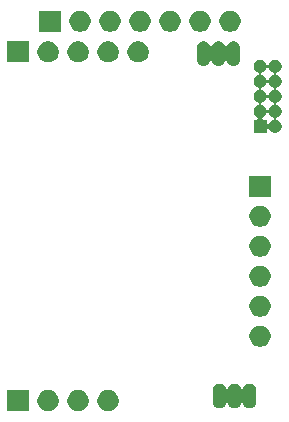
<source format=gbs>
G04 #@! TF.GenerationSoftware,KiCad,Pcbnew,(5.1.5-0-10_14)*
G04 #@! TF.CreationDate,2020-10-11T20:42:09+09:00*
G04 #@! TF.ProjectId,EnvMon,456e764d-6f6e-42e6-9b69-6361645f7063,2.0*
G04 #@! TF.SameCoordinates,Original*
G04 #@! TF.FileFunction,Soldermask,Bot*
G04 #@! TF.FilePolarity,Negative*
%FSLAX46Y46*%
G04 Gerber Fmt 4.6, Leading zero omitted, Abs format (unit mm)*
G04 Created by KiCad (PCBNEW (5.1.5-0-10_14)) date 2020-10-11 20:42:09*
%MOMM*%
%LPD*%
G04 APERTURE LIST*
%ADD10C,0.100000*%
G04 APERTURE END LIST*
D10*
G36*
X-2586488Y-32503927D02*
G01*
X-2437188Y-32533624D01*
X-2273216Y-32601544D01*
X-2125646Y-32700147D01*
X-2000147Y-32825646D01*
X-1901544Y-32973216D01*
X-1833624Y-33137188D01*
X-1799000Y-33311259D01*
X-1799000Y-33488741D01*
X-1833624Y-33662812D01*
X-1901544Y-33826784D01*
X-2000147Y-33974354D01*
X-2125646Y-34099853D01*
X-2273216Y-34198456D01*
X-2437188Y-34266376D01*
X-2586488Y-34296073D01*
X-2611258Y-34301000D01*
X-2788742Y-34301000D01*
X-2813512Y-34296073D01*
X-2962812Y-34266376D01*
X-3126784Y-34198456D01*
X-3274354Y-34099853D01*
X-3399853Y-33974354D01*
X-3498456Y-33826784D01*
X-3566376Y-33662812D01*
X-3601000Y-33488741D01*
X-3601000Y-33311259D01*
X-3566376Y-33137188D01*
X-3498456Y-32973216D01*
X-3399853Y-32825646D01*
X-3274354Y-32700147D01*
X-3126784Y-32601544D01*
X-2962812Y-32533624D01*
X-2813512Y-32503927D01*
X-2788742Y-32499000D01*
X-2611258Y-32499000D01*
X-2586488Y-32503927D01*
G37*
G36*
X-5126488Y-32503927D02*
G01*
X-4977188Y-32533624D01*
X-4813216Y-32601544D01*
X-4665646Y-32700147D01*
X-4540147Y-32825646D01*
X-4441544Y-32973216D01*
X-4373624Y-33137188D01*
X-4339000Y-33311259D01*
X-4339000Y-33488741D01*
X-4373624Y-33662812D01*
X-4441544Y-33826784D01*
X-4540147Y-33974354D01*
X-4665646Y-34099853D01*
X-4813216Y-34198456D01*
X-4977188Y-34266376D01*
X-5126488Y-34296073D01*
X-5151258Y-34301000D01*
X-5328742Y-34301000D01*
X-5353512Y-34296073D01*
X-5502812Y-34266376D01*
X-5666784Y-34198456D01*
X-5814354Y-34099853D01*
X-5939853Y-33974354D01*
X-6038456Y-33826784D01*
X-6106376Y-33662812D01*
X-6141000Y-33488741D01*
X-6141000Y-33311259D01*
X-6106376Y-33137188D01*
X-6038456Y-32973216D01*
X-5939853Y-32825646D01*
X-5814354Y-32700147D01*
X-5666784Y-32601544D01*
X-5502812Y-32533624D01*
X-5353512Y-32503927D01*
X-5328742Y-32499000D01*
X-5151258Y-32499000D01*
X-5126488Y-32503927D01*
G37*
G36*
X-7666488Y-32503927D02*
G01*
X-7517188Y-32533624D01*
X-7353216Y-32601544D01*
X-7205646Y-32700147D01*
X-7080147Y-32825646D01*
X-6981544Y-32973216D01*
X-6913624Y-33137188D01*
X-6879000Y-33311259D01*
X-6879000Y-33488741D01*
X-6913624Y-33662812D01*
X-6981544Y-33826784D01*
X-7080147Y-33974354D01*
X-7205646Y-34099853D01*
X-7353216Y-34198456D01*
X-7517188Y-34266376D01*
X-7666488Y-34296073D01*
X-7691258Y-34301000D01*
X-7868742Y-34301000D01*
X-7893512Y-34296073D01*
X-8042812Y-34266376D01*
X-8206784Y-34198456D01*
X-8354354Y-34099853D01*
X-8479853Y-33974354D01*
X-8578456Y-33826784D01*
X-8646376Y-33662812D01*
X-8681000Y-33488741D01*
X-8681000Y-33311259D01*
X-8646376Y-33137188D01*
X-8578456Y-32973216D01*
X-8479853Y-32825646D01*
X-8354354Y-32700147D01*
X-8206784Y-32601544D01*
X-8042812Y-32533624D01*
X-7893512Y-32503927D01*
X-7868742Y-32499000D01*
X-7691258Y-32499000D01*
X-7666488Y-32503927D01*
G37*
G36*
X-9419000Y-34301000D02*
G01*
X-11221000Y-34301000D01*
X-11221000Y-32499000D01*
X-9419000Y-32499000D01*
X-9419000Y-34301000D01*
G37*
G36*
X9378014Y-31956973D02*
G01*
X9481878Y-31988479D01*
X9525907Y-32012013D01*
X9577599Y-32039643D01*
X9577601Y-32039644D01*
X9577600Y-32039644D01*
X9661501Y-32108499D01*
X9730356Y-32192400D01*
X9781521Y-32288121D01*
X9813027Y-32391985D01*
X9821000Y-32472933D01*
X9821000Y-33527067D01*
X9813027Y-33608015D01*
X9781521Y-33711879D01*
X9781520Y-33711880D01*
X9781519Y-33711882D01*
X9730357Y-33807600D01*
X9661501Y-33891501D01*
X9577600Y-33960357D01*
X9509055Y-33996995D01*
X9481879Y-34011521D01*
X9378015Y-34043027D01*
X9270000Y-34053666D01*
X9161986Y-34043027D01*
X9058122Y-34011521D01*
X9030946Y-33996995D01*
X8962401Y-33960357D01*
X8878500Y-33891501D01*
X8809644Y-33807600D01*
X8758481Y-33711880D01*
X8758480Y-33711879D01*
X8754614Y-33699135D01*
X8745241Y-33676505D01*
X8731628Y-33656130D01*
X8714301Y-33638803D01*
X8693927Y-33625189D01*
X8671288Y-33615811D01*
X8647255Y-33611030D01*
X8622751Y-33611030D01*
X8598718Y-33615810D01*
X8576079Y-33625187D01*
X8555704Y-33638800D01*
X8538377Y-33656127D01*
X8524763Y-33676501D01*
X8515387Y-33699134D01*
X8511521Y-33711879D01*
X8511520Y-33711880D01*
X8460357Y-33807600D01*
X8391501Y-33891501D01*
X8307600Y-33960357D01*
X8239055Y-33996995D01*
X8211879Y-34011521D01*
X8108015Y-34043027D01*
X8000000Y-34053666D01*
X7891986Y-34043027D01*
X7788122Y-34011521D01*
X7760946Y-33996995D01*
X7692401Y-33960357D01*
X7608500Y-33891501D01*
X7539644Y-33807600D01*
X7488481Y-33711880D01*
X7488480Y-33711879D01*
X7484614Y-33699135D01*
X7475241Y-33676505D01*
X7461628Y-33656130D01*
X7444301Y-33638803D01*
X7423927Y-33625189D01*
X7401288Y-33615811D01*
X7377255Y-33611030D01*
X7352751Y-33611030D01*
X7328718Y-33615810D01*
X7306079Y-33625187D01*
X7285704Y-33638800D01*
X7268377Y-33656127D01*
X7254763Y-33676501D01*
X7245387Y-33699134D01*
X7241521Y-33711879D01*
X7241520Y-33711880D01*
X7190357Y-33807600D01*
X7121501Y-33891501D01*
X7037600Y-33960357D01*
X6969055Y-33996995D01*
X6941879Y-34011521D01*
X6838015Y-34043027D01*
X6730000Y-34053666D01*
X6621986Y-34043027D01*
X6518122Y-34011521D01*
X6490946Y-33996995D01*
X6422401Y-33960357D01*
X6338500Y-33891501D01*
X6269644Y-33807600D01*
X6218482Y-33711882D01*
X6218481Y-33711880D01*
X6218480Y-33711879D01*
X6186974Y-33608015D01*
X6179001Y-33527067D01*
X6179000Y-32472934D01*
X6186973Y-32391986D01*
X6218479Y-32288122D01*
X6269644Y-32192400D01*
X6338499Y-32108499D01*
X6422400Y-32039644D01*
X6422399Y-32039644D01*
X6422401Y-32039643D01*
X6474093Y-32012013D01*
X6518121Y-31988479D01*
X6621985Y-31956973D01*
X6730000Y-31946334D01*
X6838014Y-31956973D01*
X6941878Y-31988479D01*
X6985907Y-32012013D01*
X7037599Y-32039643D01*
X7037601Y-32039644D01*
X7037600Y-32039644D01*
X7121501Y-32108499D01*
X7190356Y-32192400D01*
X7241521Y-32288121D01*
X7245388Y-32300869D01*
X7254760Y-32323496D01*
X7268374Y-32343870D01*
X7285701Y-32361197D01*
X7306075Y-32374811D01*
X7328714Y-32384188D01*
X7352747Y-32388969D01*
X7377251Y-32388969D01*
X7401285Y-32384189D01*
X7423924Y-32374812D01*
X7444298Y-32361198D01*
X7461625Y-32343871D01*
X7475239Y-32323497D01*
X7484616Y-32300858D01*
X7488479Y-32288123D01*
X7488479Y-32288122D01*
X7539644Y-32192400D01*
X7608499Y-32108499D01*
X7692400Y-32039644D01*
X7692399Y-32039644D01*
X7692401Y-32039643D01*
X7744093Y-32012013D01*
X7788121Y-31988479D01*
X7891985Y-31956973D01*
X8000000Y-31946334D01*
X8108014Y-31956973D01*
X8211878Y-31988479D01*
X8255907Y-32012013D01*
X8307599Y-32039643D01*
X8307601Y-32039644D01*
X8307600Y-32039644D01*
X8391501Y-32108499D01*
X8460356Y-32192400D01*
X8511521Y-32288121D01*
X8515388Y-32300869D01*
X8524760Y-32323496D01*
X8538374Y-32343870D01*
X8555701Y-32361197D01*
X8576075Y-32374811D01*
X8598714Y-32384188D01*
X8622747Y-32388969D01*
X8647251Y-32388969D01*
X8671285Y-32384189D01*
X8693924Y-32374812D01*
X8714298Y-32361198D01*
X8731625Y-32343871D01*
X8745239Y-32323497D01*
X8754616Y-32300858D01*
X8758479Y-32288123D01*
X8758479Y-32288122D01*
X8809644Y-32192400D01*
X8878499Y-32108499D01*
X8962400Y-32039644D01*
X8962399Y-32039644D01*
X8962401Y-32039643D01*
X9014093Y-32012013D01*
X9058121Y-31988479D01*
X9161985Y-31956973D01*
X9270000Y-31946334D01*
X9378014Y-31956973D01*
G37*
G36*
X10273512Y-27043927D02*
G01*
X10422812Y-27073624D01*
X10586784Y-27141544D01*
X10734354Y-27240147D01*
X10859853Y-27365646D01*
X10958456Y-27513216D01*
X11026376Y-27677188D01*
X11061000Y-27851259D01*
X11061000Y-28028741D01*
X11026376Y-28202812D01*
X10958456Y-28366784D01*
X10859853Y-28514354D01*
X10734354Y-28639853D01*
X10586784Y-28738456D01*
X10422812Y-28806376D01*
X10273512Y-28836073D01*
X10248742Y-28841000D01*
X10071258Y-28841000D01*
X10046488Y-28836073D01*
X9897188Y-28806376D01*
X9733216Y-28738456D01*
X9585646Y-28639853D01*
X9460147Y-28514354D01*
X9361544Y-28366784D01*
X9293624Y-28202812D01*
X9259000Y-28028741D01*
X9259000Y-27851259D01*
X9293624Y-27677188D01*
X9361544Y-27513216D01*
X9460147Y-27365646D01*
X9585646Y-27240147D01*
X9733216Y-27141544D01*
X9897188Y-27073624D01*
X10046488Y-27043927D01*
X10071258Y-27039000D01*
X10248742Y-27039000D01*
X10273512Y-27043927D01*
G37*
G36*
X10273512Y-24503927D02*
G01*
X10422812Y-24533624D01*
X10586784Y-24601544D01*
X10734354Y-24700147D01*
X10859853Y-24825646D01*
X10958456Y-24973216D01*
X11026376Y-25137188D01*
X11061000Y-25311259D01*
X11061000Y-25488741D01*
X11026376Y-25662812D01*
X10958456Y-25826784D01*
X10859853Y-25974354D01*
X10734354Y-26099853D01*
X10586784Y-26198456D01*
X10422812Y-26266376D01*
X10273512Y-26296073D01*
X10248742Y-26301000D01*
X10071258Y-26301000D01*
X10046488Y-26296073D01*
X9897188Y-26266376D01*
X9733216Y-26198456D01*
X9585646Y-26099853D01*
X9460147Y-25974354D01*
X9361544Y-25826784D01*
X9293624Y-25662812D01*
X9259000Y-25488741D01*
X9259000Y-25311259D01*
X9293624Y-25137188D01*
X9361544Y-24973216D01*
X9460147Y-24825646D01*
X9585646Y-24700147D01*
X9733216Y-24601544D01*
X9897188Y-24533624D01*
X10046488Y-24503927D01*
X10071258Y-24499000D01*
X10248742Y-24499000D01*
X10273512Y-24503927D01*
G37*
G36*
X10273512Y-21963927D02*
G01*
X10422812Y-21993624D01*
X10586784Y-22061544D01*
X10734354Y-22160147D01*
X10859853Y-22285646D01*
X10958456Y-22433216D01*
X11026376Y-22597188D01*
X11061000Y-22771259D01*
X11061000Y-22948741D01*
X11026376Y-23122812D01*
X10958456Y-23286784D01*
X10859853Y-23434354D01*
X10734354Y-23559853D01*
X10586784Y-23658456D01*
X10422812Y-23726376D01*
X10273512Y-23756073D01*
X10248742Y-23761000D01*
X10071258Y-23761000D01*
X10046488Y-23756073D01*
X9897188Y-23726376D01*
X9733216Y-23658456D01*
X9585646Y-23559853D01*
X9460147Y-23434354D01*
X9361544Y-23286784D01*
X9293624Y-23122812D01*
X9259000Y-22948741D01*
X9259000Y-22771259D01*
X9293624Y-22597188D01*
X9361544Y-22433216D01*
X9460147Y-22285646D01*
X9585646Y-22160147D01*
X9733216Y-22061544D01*
X9897188Y-21993624D01*
X10046488Y-21963927D01*
X10071258Y-21959000D01*
X10248742Y-21959000D01*
X10273512Y-21963927D01*
G37*
G36*
X10273512Y-19423927D02*
G01*
X10422812Y-19453624D01*
X10586784Y-19521544D01*
X10734354Y-19620147D01*
X10859853Y-19745646D01*
X10958456Y-19893216D01*
X11026376Y-20057188D01*
X11061000Y-20231259D01*
X11061000Y-20408741D01*
X11026376Y-20582812D01*
X10958456Y-20746784D01*
X10859853Y-20894354D01*
X10734354Y-21019853D01*
X10586784Y-21118456D01*
X10422812Y-21186376D01*
X10273512Y-21216073D01*
X10248742Y-21221000D01*
X10071258Y-21221000D01*
X10046488Y-21216073D01*
X9897188Y-21186376D01*
X9733216Y-21118456D01*
X9585646Y-21019853D01*
X9460147Y-20894354D01*
X9361544Y-20746784D01*
X9293624Y-20582812D01*
X9259000Y-20408741D01*
X9259000Y-20231259D01*
X9293624Y-20057188D01*
X9361544Y-19893216D01*
X9460147Y-19745646D01*
X9585646Y-19620147D01*
X9733216Y-19521544D01*
X9897188Y-19453624D01*
X10046488Y-19423927D01*
X10071258Y-19419000D01*
X10248742Y-19419000D01*
X10273512Y-19423927D01*
G37*
G36*
X10273512Y-16883927D02*
G01*
X10422812Y-16913624D01*
X10586784Y-16981544D01*
X10734354Y-17080147D01*
X10859853Y-17205646D01*
X10958456Y-17353216D01*
X11026376Y-17517188D01*
X11061000Y-17691259D01*
X11061000Y-17868741D01*
X11026376Y-18042812D01*
X10958456Y-18206784D01*
X10859853Y-18354354D01*
X10734354Y-18479853D01*
X10586784Y-18578456D01*
X10422812Y-18646376D01*
X10273512Y-18676073D01*
X10248742Y-18681000D01*
X10071258Y-18681000D01*
X10046488Y-18676073D01*
X9897188Y-18646376D01*
X9733216Y-18578456D01*
X9585646Y-18479853D01*
X9460147Y-18354354D01*
X9361544Y-18206784D01*
X9293624Y-18042812D01*
X9259000Y-17868741D01*
X9259000Y-17691259D01*
X9293624Y-17517188D01*
X9361544Y-17353216D01*
X9460147Y-17205646D01*
X9585646Y-17080147D01*
X9733216Y-16981544D01*
X9897188Y-16913624D01*
X10046488Y-16883927D01*
X10071258Y-16879000D01*
X10248742Y-16879000D01*
X10273512Y-16883927D01*
G37*
G36*
X11061000Y-16141000D02*
G01*
X9259000Y-16141000D01*
X9259000Y-14339000D01*
X11061000Y-14339000D01*
X11061000Y-16141000D01*
G37*
G36*
X10320721Y-4550174D02*
G01*
X10420995Y-4591709D01*
X10465812Y-4621655D01*
X10511242Y-4652010D01*
X10587990Y-4728758D01*
X10587991Y-4728760D01*
X10648291Y-4819005D01*
X10679516Y-4894389D01*
X10691067Y-4916000D01*
X10706612Y-4934941D01*
X10725554Y-4950487D01*
X10747165Y-4962038D01*
X10770614Y-4969151D01*
X10795000Y-4971553D01*
X10819386Y-4969151D01*
X10842835Y-4962038D01*
X10864446Y-4950487D01*
X10883387Y-4934942D01*
X10898933Y-4916000D01*
X10910484Y-4894389D01*
X10941709Y-4819005D01*
X11002009Y-4728760D01*
X11002010Y-4728758D01*
X11078758Y-4652010D01*
X11124188Y-4621655D01*
X11169005Y-4591709D01*
X11269279Y-4550174D01*
X11375730Y-4529000D01*
X11484270Y-4529000D01*
X11590721Y-4550174D01*
X11690995Y-4591709D01*
X11735812Y-4621655D01*
X11781242Y-4652010D01*
X11857990Y-4728758D01*
X11857991Y-4728760D01*
X11918291Y-4819005D01*
X11959826Y-4919279D01*
X11981000Y-5025730D01*
X11981000Y-5134270D01*
X11959826Y-5240721D01*
X11918291Y-5340995D01*
X11918290Y-5340996D01*
X11857990Y-5431242D01*
X11781242Y-5507990D01*
X11735812Y-5538345D01*
X11690995Y-5568291D01*
X11615611Y-5599516D01*
X11594000Y-5611067D01*
X11575059Y-5626612D01*
X11559513Y-5645554D01*
X11547962Y-5667165D01*
X11540849Y-5690614D01*
X11538447Y-5715000D01*
X11540849Y-5739386D01*
X11547962Y-5762835D01*
X11559513Y-5784446D01*
X11575058Y-5803387D01*
X11594000Y-5818933D01*
X11615611Y-5830484D01*
X11690995Y-5861709D01*
X11690996Y-5861710D01*
X11781242Y-5922010D01*
X11857990Y-5998758D01*
X11857991Y-5998760D01*
X11918291Y-6089005D01*
X11959826Y-6189279D01*
X11981000Y-6295730D01*
X11981000Y-6404270D01*
X11959826Y-6510721D01*
X11918291Y-6610995D01*
X11918290Y-6610996D01*
X11857990Y-6701242D01*
X11781242Y-6777990D01*
X11735812Y-6808345D01*
X11690995Y-6838291D01*
X11615611Y-6869516D01*
X11594000Y-6881067D01*
X11575059Y-6896612D01*
X11559513Y-6915554D01*
X11547962Y-6937165D01*
X11540849Y-6960614D01*
X11538447Y-6985000D01*
X11540849Y-7009386D01*
X11547962Y-7032835D01*
X11559513Y-7054446D01*
X11575058Y-7073387D01*
X11594000Y-7088933D01*
X11615611Y-7100484D01*
X11690995Y-7131709D01*
X11690996Y-7131710D01*
X11781242Y-7192010D01*
X11857990Y-7268758D01*
X11857991Y-7268760D01*
X11918291Y-7359005D01*
X11959826Y-7459279D01*
X11981000Y-7565730D01*
X11981000Y-7674270D01*
X11959826Y-7780721D01*
X11918291Y-7880995D01*
X11918290Y-7880996D01*
X11857990Y-7971242D01*
X11781242Y-8047990D01*
X11735812Y-8078345D01*
X11690995Y-8108291D01*
X11615611Y-8139516D01*
X11594000Y-8151067D01*
X11575059Y-8166612D01*
X11559513Y-8185554D01*
X11547962Y-8207165D01*
X11540849Y-8230614D01*
X11538447Y-8255000D01*
X11540849Y-8279386D01*
X11547962Y-8302835D01*
X11559513Y-8324446D01*
X11575058Y-8343387D01*
X11594000Y-8358933D01*
X11615611Y-8370484D01*
X11690995Y-8401709D01*
X11690996Y-8401710D01*
X11781242Y-8462010D01*
X11857990Y-8538758D01*
X11857991Y-8538760D01*
X11918291Y-8629005D01*
X11959826Y-8729279D01*
X11981000Y-8835730D01*
X11981000Y-8944270D01*
X11959826Y-9050721D01*
X11918291Y-9150995D01*
X11918290Y-9150996D01*
X11857990Y-9241242D01*
X11781242Y-9317990D01*
X11735812Y-9348345D01*
X11690995Y-9378291D01*
X11615611Y-9409516D01*
X11594000Y-9421067D01*
X11575059Y-9436612D01*
X11559513Y-9455554D01*
X11547962Y-9477165D01*
X11540849Y-9500614D01*
X11538447Y-9525000D01*
X11540849Y-9549386D01*
X11547962Y-9572835D01*
X11559513Y-9594446D01*
X11575058Y-9613387D01*
X11594000Y-9628933D01*
X11615611Y-9640484D01*
X11690995Y-9671709D01*
X11690996Y-9671710D01*
X11781242Y-9732010D01*
X11857990Y-9808758D01*
X11857991Y-9808760D01*
X11918291Y-9899005D01*
X11959826Y-9999279D01*
X11981000Y-10105730D01*
X11981000Y-10214270D01*
X11959826Y-10320721D01*
X11918291Y-10420995D01*
X11918290Y-10420996D01*
X11857990Y-10511242D01*
X11781242Y-10587990D01*
X11735812Y-10618345D01*
X11690995Y-10648291D01*
X11590721Y-10689826D01*
X11484270Y-10711000D01*
X11375730Y-10711000D01*
X11269279Y-10689826D01*
X11169005Y-10648291D01*
X11124188Y-10618345D01*
X11078758Y-10587990D01*
X11002010Y-10511242D01*
X10981012Y-10479816D01*
X10939932Y-10418336D01*
X10924386Y-10399394D01*
X10905444Y-10383849D01*
X10883833Y-10372298D01*
X10860385Y-10365185D01*
X10835998Y-10362783D01*
X10811612Y-10365185D01*
X10788163Y-10372298D01*
X10766553Y-10383849D01*
X10747611Y-10399395D01*
X10732066Y-10418337D01*
X10720515Y-10439948D01*
X10713402Y-10463396D01*
X10711000Y-10487782D01*
X10711000Y-10711000D01*
X9609000Y-10711000D01*
X9609000Y-9609000D01*
X9832218Y-9609000D01*
X9856604Y-9606598D01*
X9880053Y-9599485D01*
X9901664Y-9587934D01*
X9920606Y-9572389D01*
X9936151Y-9553447D01*
X9947702Y-9531836D01*
X9954815Y-9508387D01*
X9957216Y-9484002D01*
X10362783Y-9484002D01*
X10365185Y-9508388D01*
X10372298Y-9531837D01*
X10383849Y-9553447D01*
X10399395Y-9572389D01*
X10418337Y-9587934D01*
X10439948Y-9599485D01*
X10463396Y-9606598D01*
X10487782Y-9609000D01*
X10711000Y-9609000D01*
X10711000Y-9832218D01*
X10713402Y-9856604D01*
X10720515Y-9880053D01*
X10732066Y-9901664D01*
X10747611Y-9920606D01*
X10766553Y-9936151D01*
X10788164Y-9947702D01*
X10811613Y-9954815D01*
X10835999Y-9957217D01*
X10860385Y-9954815D01*
X10883834Y-9947702D01*
X10905445Y-9936151D01*
X10924387Y-9920606D01*
X10939932Y-9901664D01*
X11002009Y-9808760D01*
X11002010Y-9808758D01*
X11078758Y-9732010D01*
X11169004Y-9671710D01*
X11169005Y-9671709D01*
X11244389Y-9640484D01*
X11266000Y-9628933D01*
X11284941Y-9613388D01*
X11300487Y-9594446D01*
X11312038Y-9572835D01*
X11319151Y-9549386D01*
X11321553Y-9525000D01*
X11319151Y-9500614D01*
X11312038Y-9477165D01*
X11300487Y-9455554D01*
X11284942Y-9436613D01*
X11266000Y-9421067D01*
X11244389Y-9409516D01*
X11169005Y-9378291D01*
X11124188Y-9348345D01*
X11078758Y-9317990D01*
X11002010Y-9241242D01*
X10941710Y-9150996D01*
X10941709Y-9150995D01*
X10910484Y-9075611D01*
X10898933Y-9054000D01*
X10883388Y-9035059D01*
X10864446Y-9019513D01*
X10842835Y-9007962D01*
X10819386Y-9000849D01*
X10795000Y-8998447D01*
X10770614Y-9000849D01*
X10747165Y-9007962D01*
X10725554Y-9019513D01*
X10706613Y-9035058D01*
X10691067Y-9054000D01*
X10679516Y-9075611D01*
X10648291Y-9150995D01*
X10648290Y-9150996D01*
X10587990Y-9241242D01*
X10511242Y-9317990D01*
X10479816Y-9338988D01*
X10418336Y-9380068D01*
X10399394Y-9395614D01*
X10383849Y-9414556D01*
X10372298Y-9436167D01*
X10365185Y-9459615D01*
X10362783Y-9484002D01*
X9957216Y-9484002D01*
X9957217Y-9484001D01*
X9954815Y-9459615D01*
X9947702Y-9436166D01*
X9936151Y-9414555D01*
X9920606Y-9395613D01*
X9901664Y-9380068D01*
X9840184Y-9338988D01*
X9808758Y-9317990D01*
X9732010Y-9241242D01*
X9671710Y-9150996D01*
X9671709Y-9150995D01*
X9630174Y-9050721D01*
X9609000Y-8944270D01*
X9609000Y-8835730D01*
X9630174Y-8729279D01*
X9671709Y-8629005D01*
X9732009Y-8538760D01*
X9732010Y-8538758D01*
X9808758Y-8462010D01*
X9899004Y-8401710D01*
X9899005Y-8401709D01*
X9974389Y-8370484D01*
X9996000Y-8358933D01*
X10014941Y-8343388D01*
X10030487Y-8324446D01*
X10042038Y-8302835D01*
X10049151Y-8279386D01*
X10051553Y-8255000D01*
X10268447Y-8255000D01*
X10270849Y-8279386D01*
X10277962Y-8302835D01*
X10289513Y-8324446D01*
X10305058Y-8343387D01*
X10324000Y-8358933D01*
X10345611Y-8370484D01*
X10420995Y-8401709D01*
X10420996Y-8401710D01*
X10511242Y-8462010D01*
X10587990Y-8538758D01*
X10587991Y-8538760D01*
X10648291Y-8629005D01*
X10679516Y-8704389D01*
X10691067Y-8726000D01*
X10706612Y-8744941D01*
X10725554Y-8760487D01*
X10747165Y-8772038D01*
X10770614Y-8779151D01*
X10795000Y-8781553D01*
X10819386Y-8779151D01*
X10842835Y-8772038D01*
X10864446Y-8760487D01*
X10883387Y-8744942D01*
X10898933Y-8726000D01*
X10910484Y-8704389D01*
X10941709Y-8629005D01*
X11002009Y-8538760D01*
X11002010Y-8538758D01*
X11078758Y-8462010D01*
X11169004Y-8401710D01*
X11169005Y-8401709D01*
X11244389Y-8370484D01*
X11266000Y-8358933D01*
X11284941Y-8343388D01*
X11300487Y-8324446D01*
X11312038Y-8302835D01*
X11319151Y-8279386D01*
X11321553Y-8255000D01*
X11319151Y-8230614D01*
X11312038Y-8207165D01*
X11300487Y-8185554D01*
X11284942Y-8166613D01*
X11266000Y-8151067D01*
X11244389Y-8139516D01*
X11169005Y-8108291D01*
X11124188Y-8078345D01*
X11078758Y-8047990D01*
X11002010Y-7971242D01*
X10941710Y-7880996D01*
X10941709Y-7880995D01*
X10910484Y-7805611D01*
X10898933Y-7784000D01*
X10883388Y-7765059D01*
X10864446Y-7749513D01*
X10842835Y-7737962D01*
X10819386Y-7730849D01*
X10795000Y-7728447D01*
X10770614Y-7730849D01*
X10747165Y-7737962D01*
X10725554Y-7749513D01*
X10706613Y-7765058D01*
X10691067Y-7784000D01*
X10679516Y-7805611D01*
X10648291Y-7880995D01*
X10648290Y-7880996D01*
X10587990Y-7971242D01*
X10511242Y-8047990D01*
X10465812Y-8078345D01*
X10420995Y-8108291D01*
X10345611Y-8139516D01*
X10324000Y-8151067D01*
X10305059Y-8166612D01*
X10289513Y-8185554D01*
X10277962Y-8207165D01*
X10270849Y-8230614D01*
X10268447Y-8255000D01*
X10051553Y-8255000D01*
X10049151Y-8230614D01*
X10042038Y-8207165D01*
X10030487Y-8185554D01*
X10014942Y-8166613D01*
X9996000Y-8151067D01*
X9974389Y-8139516D01*
X9899005Y-8108291D01*
X9854188Y-8078345D01*
X9808758Y-8047990D01*
X9732010Y-7971242D01*
X9671710Y-7880996D01*
X9671709Y-7880995D01*
X9630174Y-7780721D01*
X9609000Y-7674270D01*
X9609000Y-7565730D01*
X9630174Y-7459279D01*
X9671709Y-7359005D01*
X9732009Y-7268760D01*
X9732010Y-7268758D01*
X9808758Y-7192010D01*
X9899004Y-7131710D01*
X9899005Y-7131709D01*
X9974389Y-7100484D01*
X9996000Y-7088933D01*
X10014941Y-7073388D01*
X10030487Y-7054446D01*
X10042038Y-7032835D01*
X10049151Y-7009386D01*
X10051553Y-6985000D01*
X10268447Y-6985000D01*
X10270849Y-7009386D01*
X10277962Y-7032835D01*
X10289513Y-7054446D01*
X10305058Y-7073387D01*
X10324000Y-7088933D01*
X10345611Y-7100484D01*
X10420995Y-7131709D01*
X10420996Y-7131710D01*
X10511242Y-7192010D01*
X10587990Y-7268758D01*
X10587991Y-7268760D01*
X10648291Y-7359005D01*
X10679516Y-7434389D01*
X10691067Y-7456000D01*
X10706612Y-7474941D01*
X10725554Y-7490487D01*
X10747165Y-7502038D01*
X10770614Y-7509151D01*
X10795000Y-7511553D01*
X10819386Y-7509151D01*
X10842835Y-7502038D01*
X10864446Y-7490487D01*
X10883387Y-7474942D01*
X10898933Y-7456000D01*
X10910484Y-7434389D01*
X10941709Y-7359005D01*
X11002009Y-7268760D01*
X11002010Y-7268758D01*
X11078758Y-7192010D01*
X11169004Y-7131710D01*
X11169005Y-7131709D01*
X11244389Y-7100484D01*
X11266000Y-7088933D01*
X11284941Y-7073388D01*
X11300487Y-7054446D01*
X11312038Y-7032835D01*
X11319151Y-7009386D01*
X11321553Y-6985000D01*
X11319151Y-6960614D01*
X11312038Y-6937165D01*
X11300487Y-6915554D01*
X11284942Y-6896613D01*
X11266000Y-6881067D01*
X11244389Y-6869516D01*
X11169005Y-6838291D01*
X11124188Y-6808345D01*
X11078758Y-6777990D01*
X11002010Y-6701242D01*
X10941710Y-6610996D01*
X10941709Y-6610995D01*
X10910484Y-6535611D01*
X10898933Y-6514000D01*
X10883388Y-6495059D01*
X10864446Y-6479513D01*
X10842835Y-6467962D01*
X10819386Y-6460849D01*
X10795000Y-6458447D01*
X10770614Y-6460849D01*
X10747165Y-6467962D01*
X10725554Y-6479513D01*
X10706613Y-6495058D01*
X10691067Y-6514000D01*
X10679516Y-6535611D01*
X10648291Y-6610995D01*
X10648290Y-6610996D01*
X10587990Y-6701242D01*
X10511242Y-6777990D01*
X10465812Y-6808345D01*
X10420995Y-6838291D01*
X10345611Y-6869516D01*
X10324000Y-6881067D01*
X10305059Y-6896612D01*
X10289513Y-6915554D01*
X10277962Y-6937165D01*
X10270849Y-6960614D01*
X10268447Y-6985000D01*
X10051553Y-6985000D01*
X10049151Y-6960614D01*
X10042038Y-6937165D01*
X10030487Y-6915554D01*
X10014942Y-6896613D01*
X9996000Y-6881067D01*
X9974389Y-6869516D01*
X9899005Y-6838291D01*
X9854188Y-6808345D01*
X9808758Y-6777990D01*
X9732010Y-6701242D01*
X9671710Y-6610996D01*
X9671709Y-6610995D01*
X9630174Y-6510721D01*
X9609000Y-6404270D01*
X9609000Y-6295730D01*
X9630174Y-6189279D01*
X9671709Y-6089005D01*
X9732009Y-5998760D01*
X9732010Y-5998758D01*
X9808758Y-5922010D01*
X9899004Y-5861710D01*
X9899005Y-5861709D01*
X9974389Y-5830484D01*
X9996000Y-5818933D01*
X10014941Y-5803388D01*
X10030487Y-5784446D01*
X10042038Y-5762835D01*
X10049151Y-5739386D01*
X10051553Y-5715000D01*
X10268447Y-5715000D01*
X10270849Y-5739386D01*
X10277962Y-5762835D01*
X10289513Y-5784446D01*
X10305058Y-5803387D01*
X10324000Y-5818933D01*
X10345611Y-5830484D01*
X10420995Y-5861709D01*
X10420996Y-5861710D01*
X10511242Y-5922010D01*
X10587990Y-5998758D01*
X10587991Y-5998760D01*
X10648291Y-6089005D01*
X10679516Y-6164389D01*
X10691067Y-6186000D01*
X10706612Y-6204941D01*
X10725554Y-6220487D01*
X10747165Y-6232038D01*
X10770614Y-6239151D01*
X10795000Y-6241553D01*
X10819386Y-6239151D01*
X10842835Y-6232038D01*
X10864446Y-6220487D01*
X10883387Y-6204942D01*
X10898933Y-6186000D01*
X10910484Y-6164389D01*
X10941709Y-6089005D01*
X11002009Y-5998760D01*
X11002010Y-5998758D01*
X11078758Y-5922010D01*
X11169004Y-5861710D01*
X11169005Y-5861709D01*
X11244389Y-5830484D01*
X11266000Y-5818933D01*
X11284941Y-5803388D01*
X11300487Y-5784446D01*
X11312038Y-5762835D01*
X11319151Y-5739386D01*
X11321553Y-5715000D01*
X11319151Y-5690614D01*
X11312038Y-5667165D01*
X11300487Y-5645554D01*
X11284942Y-5626613D01*
X11266000Y-5611067D01*
X11244389Y-5599516D01*
X11169005Y-5568291D01*
X11124188Y-5538345D01*
X11078758Y-5507990D01*
X11002010Y-5431242D01*
X10941710Y-5340996D01*
X10941709Y-5340995D01*
X10910484Y-5265611D01*
X10898933Y-5244000D01*
X10883388Y-5225059D01*
X10864446Y-5209513D01*
X10842835Y-5197962D01*
X10819386Y-5190849D01*
X10795000Y-5188447D01*
X10770614Y-5190849D01*
X10747165Y-5197962D01*
X10725554Y-5209513D01*
X10706613Y-5225058D01*
X10691067Y-5244000D01*
X10679516Y-5265611D01*
X10648291Y-5340995D01*
X10648290Y-5340996D01*
X10587990Y-5431242D01*
X10511242Y-5507990D01*
X10465812Y-5538345D01*
X10420995Y-5568291D01*
X10345611Y-5599516D01*
X10324000Y-5611067D01*
X10305059Y-5626612D01*
X10289513Y-5645554D01*
X10277962Y-5667165D01*
X10270849Y-5690614D01*
X10268447Y-5715000D01*
X10051553Y-5715000D01*
X10049151Y-5690614D01*
X10042038Y-5667165D01*
X10030487Y-5645554D01*
X10014942Y-5626613D01*
X9996000Y-5611067D01*
X9974389Y-5599516D01*
X9899005Y-5568291D01*
X9854188Y-5538345D01*
X9808758Y-5507990D01*
X9732010Y-5431242D01*
X9671710Y-5340996D01*
X9671709Y-5340995D01*
X9630174Y-5240721D01*
X9609000Y-5134270D01*
X9609000Y-5025730D01*
X9630174Y-4919279D01*
X9671709Y-4819005D01*
X9732009Y-4728760D01*
X9732010Y-4728758D01*
X9808758Y-4652010D01*
X9854188Y-4621655D01*
X9899005Y-4591709D01*
X9999279Y-4550174D01*
X10105730Y-4529000D01*
X10214270Y-4529000D01*
X10320721Y-4550174D01*
G37*
G36*
X8008015Y-2956973D02*
G01*
X8111879Y-2988479D01*
X8121504Y-2993624D01*
X8207600Y-3039643D01*
X8291501Y-3108499D01*
X8360357Y-3192400D01*
X8396995Y-3260945D01*
X8411521Y-3288121D01*
X8443027Y-3391985D01*
X8451000Y-3472933D01*
X8451000Y-4527067D01*
X8443027Y-4608015D01*
X8411521Y-4711879D01*
X8360356Y-4807600D01*
X8291501Y-4891501D01*
X8238567Y-4934942D01*
X8207599Y-4960357D01*
X8155907Y-4987987D01*
X8111878Y-5011521D01*
X8008014Y-5043027D01*
X7900000Y-5053666D01*
X7791985Y-5043027D01*
X7688121Y-5011521D01*
X7644093Y-4987987D01*
X7592401Y-4960357D01*
X7561433Y-4934942D01*
X7508499Y-4891501D01*
X7439644Y-4807600D01*
X7388479Y-4711878D01*
X7384615Y-4699139D01*
X7375239Y-4676503D01*
X7361625Y-4656129D01*
X7344298Y-4638802D01*
X7323923Y-4625188D01*
X7301285Y-4615811D01*
X7277251Y-4611031D01*
X7252747Y-4611031D01*
X7228714Y-4615812D01*
X7206075Y-4625189D01*
X7185701Y-4638803D01*
X7168374Y-4656130D01*
X7154760Y-4676505D01*
X7145388Y-4699131D01*
X7141521Y-4711879D01*
X7090356Y-4807600D01*
X7021501Y-4891501D01*
X6968567Y-4934942D01*
X6937599Y-4960357D01*
X6885907Y-4987987D01*
X6841878Y-5011521D01*
X6738014Y-5043027D01*
X6630000Y-5053666D01*
X6521985Y-5043027D01*
X6418121Y-5011521D01*
X6374093Y-4987987D01*
X6322401Y-4960357D01*
X6291433Y-4934942D01*
X6238499Y-4891501D01*
X6169644Y-4807600D01*
X6118479Y-4711878D01*
X6114615Y-4699139D01*
X6105239Y-4676503D01*
X6091625Y-4656129D01*
X6074298Y-4638802D01*
X6053923Y-4625188D01*
X6031285Y-4615811D01*
X6007251Y-4611031D01*
X5982747Y-4611031D01*
X5958714Y-4615812D01*
X5936075Y-4625189D01*
X5915701Y-4638803D01*
X5898374Y-4656130D01*
X5884760Y-4676505D01*
X5875388Y-4699131D01*
X5871521Y-4711879D01*
X5820356Y-4807600D01*
X5751501Y-4891501D01*
X5698567Y-4934942D01*
X5667599Y-4960357D01*
X5615907Y-4987987D01*
X5571878Y-5011521D01*
X5468014Y-5043027D01*
X5360000Y-5053666D01*
X5251985Y-5043027D01*
X5148121Y-5011521D01*
X5104093Y-4987987D01*
X5052401Y-4960357D01*
X5021433Y-4934942D01*
X4968499Y-4891501D01*
X4899644Y-4807600D01*
X4874736Y-4761000D01*
X4857502Y-4728758D01*
X4848479Y-4711878D01*
X4816973Y-4608014D01*
X4809000Y-4527066D01*
X4809001Y-3472933D01*
X4816974Y-3391985D01*
X4848480Y-3288121D01*
X4863006Y-3260945D01*
X4899644Y-3192400D01*
X4968500Y-3108499D01*
X5052401Y-3039643D01*
X5138497Y-2993624D01*
X5148122Y-2988479D01*
X5251986Y-2956973D01*
X5360000Y-2946334D01*
X5468015Y-2956973D01*
X5571879Y-2988479D01*
X5581504Y-2993624D01*
X5667600Y-3039643D01*
X5751501Y-3108499D01*
X5820357Y-3192400D01*
X5855269Y-3257717D01*
X5871521Y-3288121D01*
X5875387Y-3300866D01*
X5884763Y-3323499D01*
X5898377Y-3343873D01*
X5915704Y-3361200D01*
X5936079Y-3374813D01*
X5958718Y-3384190D01*
X5982751Y-3388970D01*
X6007256Y-3388970D01*
X6031289Y-3384189D01*
X6053927Y-3374811D01*
X6074301Y-3361197D01*
X6091628Y-3343870D01*
X6105241Y-3323495D01*
X6114614Y-3300865D01*
X6118480Y-3288121D01*
X6134732Y-3257717D01*
X6169644Y-3192400D01*
X6238500Y-3108499D01*
X6322401Y-3039643D01*
X6408497Y-2993624D01*
X6418122Y-2988479D01*
X6521986Y-2956973D01*
X6630000Y-2946334D01*
X6738015Y-2956973D01*
X6841879Y-2988479D01*
X6851504Y-2993624D01*
X6937600Y-3039643D01*
X7021501Y-3108499D01*
X7090357Y-3192400D01*
X7125269Y-3257717D01*
X7141521Y-3288121D01*
X7145387Y-3300866D01*
X7154763Y-3323499D01*
X7168377Y-3343873D01*
X7185704Y-3361200D01*
X7206079Y-3374813D01*
X7228718Y-3384190D01*
X7252751Y-3388970D01*
X7277256Y-3388970D01*
X7301289Y-3384189D01*
X7323927Y-3374811D01*
X7344301Y-3361197D01*
X7361628Y-3343870D01*
X7375241Y-3323495D01*
X7384614Y-3300865D01*
X7388480Y-3288121D01*
X7404732Y-3257717D01*
X7439644Y-3192400D01*
X7508500Y-3108499D01*
X7592401Y-3039643D01*
X7678497Y-2993624D01*
X7688122Y-2988479D01*
X7791986Y-2956973D01*
X7900000Y-2946334D01*
X8008015Y-2956973D01*
G37*
G36*
X-9419000Y-4761000D02*
G01*
X-11221000Y-4761000D01*
X-11221000Y-2959000D01*
X-9419000Y-2959000D01*
X-9419000Y-4761000D01*
G37*
G36*
X-7666488Y-2963927D02*
G01*
X-7517188Y-2993624D01*
X-7353216Y-3061544D01*
X-7205646Y-3160147D01*
X-7080147Y-3285646D01*
X-6981544Y-3433216D01*
X-6913624Y-3597188D01*
X-6879000Y-3771259D01*
X-6879000Y-3948741D01*
X-6913624Y-4122812D01*
X-6981544Y-4286784D01*
X-7080147Y-4434354D01*
X-7205646Y-4559853D01*
X-7353216Y-4658456D01*
X-7517188Y-4726376D01*
X-7666488Y-4756073D01*
X-7691258Y-4761000D01*
X-7868742Y-4761000D01*
X-7893512Y-4756073D01*
X-8042812Y-4726376D01*
X-8206784Y-4658456D01*
X-8354354Y-4559853D01*
X-8479853Y-4434354D01*
X-8578456Y-4286784D01*
X-8646376Y-4122812D01*
X-8681000Y-3948741D01*
X-8681000Y-3771259D01*
X-8646376Y-3597188D01*
X-8578456Y-3433216D01*
X-8479853Y-3285646D01*
X-8354354Y-3160147D01*
X-8206784Y-3061544D01*
X-8042812Y-2993624D01*
X-7893512Y-2963927D01*
X-7868742Y-2959000D01*
X-7691258Y-2959000D01*
X-7666488Y-2963927D01*
G37*
G36*
X-5126488Y-2963927D02*
G01*
X-4977188Y-2993624D01*
X-4813216Y-3061544D01*
X-4665646Y-3160147D01*
X-4540147Y-3285646D01*
X-4441544Y-3433216D01*
X-4373624Y-3597188D01*
X-4339000Y-3771259D01*
X-4339000Y-3948741D01*
X-4373624Y-4122812D01*
X-4441544Y-4286784D01*
X-4540147Y-4434354D01*
X-4665646Y-4559853D01*
X-4813216Y-4658456D01*
X-4977188Y-4726376D01*
X-5126488Y-4756073D01*
X-5151258Y-4761000D01*
X-5328742Y-4761000D01*
X-5353512Y-4756073D01*
X-5502812Y-4726376D01*
X-5666784Y-4658456D01*
X-5814354Y-4559853D01*
X-5939853Y-4434354D01*
X-6038456Y-4286784D01*
X-6106376Y-4122812D01*
X-6141000Y-3948741D01*
X-6141000Y-3771259D01*
X-6106376Y-3597188D01*
X-6038456Y-3433216D01*
X-5939853Y-3285646D01*
X-5814354Y-3160147D01*
X-5666784Y-3061544D01*
X-5502812Y-2993624D01*
X-5353512Y-2963927D01*
X-5328742Y-2959000D01*
X-5151258Y-2959000D01*
X-5126488Y-2963927D01*
G37*
G36*
X-2586488Y-2963927D02*
G01*
X-2437188Y-2993624D01*
X-2273216Y-3061544D01*
X-2125646Y-3160147D01*
X-2000147Y-3285646D01*
X-1901544Y-3433216D01*
X-1833624Y-3597188D01*
X-1799000Y-3771259D01*
X-1799000Y-3948741D01*
X-1833624Y-4122812D01*
X-1901544Y-4286784D01*
X-2000147Y-4434354D01*
X-2125646Y-4559853D01*
X-2273216Y-4658456D01*
X-2437188Y-4726376D01*
X-2586488Y-4756073D01*
X-2611258Y-4761000D01*
X-2788742Y-4761000D01*
X-2813512Y-4756073D01*
X-2962812Y-4726376D01*
X-3126784Y-4658456D01*
X-3274354Y-4559853D01*
X-3399853Y-4434354D01*
X-3498456Y-4286784D01*
X-3566376Y-4122812D01*
X-3601000Y-3948741D01*
X-3601000Y-3771259D01*
X-3566376Y-3597188D01*
X-3498456Y-3433216D01*
X-3399853Y-3285646D01*
X-3274354Y-3160147D01*
X-3126784Y-3061544D01*
X-2962812Y-2993624D01*
X-2813512Y-2963927D01*
X-2788742Y-2959000D01*
X-2611258Y-2959000D01*
X-2586488Y-2963927D01*
G37*
G36*
X-46488Y-2963927D02*
G01*
X102812Y-2993624D01*
X266784Y-3061544D01*
X414354Y-3160147D01*
X539853Y-3285646D01*
X638456Y-3433216D01*
X706376Y-3597188D01*
X741000Y-3771259D01*
X741000Y-3948741D01*
X706376Y-4122812D01*
X638456Y-4286784D01*
X539853Y-4434354D01*
X414354Y-4559853D01*
X266784Y-4658456D01*
X102812Y-4726376D01*
X-46488Y-4756073D01*
X-71258Y-4761000D01*
X-248742Y-4761000D01*
X-273512Y-4756073D01*
X-422812Y-4726376D01*
X-586784Y-4658456D01*
X-734354Y-4559853D01*
X-859853Y-4434354D01*
X-958456Y-4286784D01*
X-1026376Y-4122812D01*
X-1061000Y-3948741D01*
X-1061000Y-3771259D01*
X-1026376Y-3597188D01*
X-958456Y-3433216D01*
X-859853Y-3285646D01*
X-734354Y-3160147D01*
X-586784Y-3061544D01*
X-422812Y-2993624D01*
X-273512Y-2963927D01*
X-248742Y-2959000D01*
X-71258Y-2959000D01*
X-46488Y-2963927D01*
G37*
G36*
X113512Y-373927D02*
G01*
X262812Y-403624D01*
X426784Y-471544D01*
X574354Y-570147D01*
X699853Y-695646D01*
X798456Y-843216D01*
X866376Y-1007188D01*
X901000Y-1181259D01*
X901000Y-1358741D01*
X866376Y-1532812D01*
X798456Y-1696784D01*
X699853Y-1844354D01*
X574354Y-1969853D01*
X426784Y-2068456D01*
X262812Y-2136376D01*
X113512Y-2166073D01*
X88742Y-2171000D01*
X-88742Y-2171000D01*
X-113512Y-2166073D01*
X-262812Y-2136376D01*
X-426784Y-2068456D01*
X-574354Y-1969853D01*
X-699853Y-1844354D01*
X-798456Y-1696784D01*
X-866376Y-1532812D01*
X-901000Y-1358741D01*
X-901000Y-1181259D01*
X-866376Y-1007188D01*
X-798456Y-843216D01*
X-699853Y-695646D01*
X-574354Y-570147D01*
X-426784Y-471544D01*
X-262812Y-403624D01*
X-113512Y-373927D01*
X-88742Y-369000D01*
X88742Y-369000D01*
X113512Y-373927D01*
G37*
G36*
X-2426488Y-373927D02*
G01*
X-2277188Y-403624D01*
X-2113216Y-471544D01*
X-1965646Y-570147D01*
X-1840147Y-695646D01*
X-1741544Y-843216D01*
X-1673624Y-1007188D01*
X-1639000Y-1181259D01*
X-1639000Y-1358741D01*
X-1673624Y-1532812D01*
X-1741544Y-1696784D01*
X-1840147Y-1844354D01*
X-1965646Y-1969853D01*
X-2113216Y-2068456D01*
X-2277188Y-2136376D01*
X-2426488Y-2166073D01*
X-2451258Y-2171000D01*
X-2628742Y-2171000D01*
X-2653512Y-2166073D01*
X-2802812Y-2136376D01*
X-2966784Y-2068456D01*
X-3114354Y-1969853D01*
X-3239853Y-1844354D01*
X-3338456Y-1696784D01*
X-3406376Y-1532812D01*
X-3441000Y-1358741D01*
X-3441000Y-1181259D01*
X-3406376Y-1007188D01*
X-3338456Y-843216D01*
X-3239853Y-695646D01*
X-3114354Y-570147D01*
X-2966784Y-471544D01*
X-2802812Y-403624D01*
X-2653512Y-373927D01*
X-2628742Y-369000D01*
X-2451258Y-369000D01*
X-2426488Y-373927D01*
G37*
G36*
X-4966488Y-373927D02*
G01*
X-4817188Y-403624D01*
X-4653216Y-471544D01*
X-4505646Y-570147D01*
X-4380147Y-695646D01*
X-4281544Y-843216D01*
X-4213624Y-1007188D01*
X-4179000Y-1181259D01*
X-4179000Y-1358741D01*
X-4213624Y-1532812D01*
X-4281544Y-1696784D01*
X-4380147Y-1844354D01*
X-4505646Y-1969853D01*
X-4653216Y-2068456D01*
X-4817188Y-2136376D01*
X-4966488Y-2166073D01*
X-4991258Y-2171000D01*
X-5168742Y-2171000D01*
X-5193512Y-2166073D01*
X-5342812Y-2136376D01*
X-5506784Y-2068456D01*
X-5654354Y-1969853D01*
X-5779853Y-1844354D01*
X-5878456Y-1696784D01*
X-5946376Y-1532812D01*
X-5981000Y-1358741D01*
X-5981000Y-1181259D01*
X-5946376Y-1007188D01*
X-5878456Y-843216D01*
X-5779853Y-695646D01*
X-5654354Y-570147D01*
X-5506784Y-471544D01*
X-5342812Y-403624D01*
X-5193512Y-373927D01*
X-5168742Y-369000D01*
X-4991258Y-369000D01*
X-4966488Y-373927D01*
G37*
G36*
X7733512Y-373927D02*
G01*
X7882812Y-403624D01*
X8046784Y-471544D01*
X8194354Y-570147D01*
X8319853Y-695646D01*
X8418456Y-843216D01*
X8486376Y-1007188D01*
X8521000Y-1181259D01*
X8521000Y-1358741D01*
X8486376Y-1532812D01*
X8418456Y-1696784D01*
X8319853Y-1844354D01*
X8194354Y-1969853D01*
X8046784Y-2068456D01*
X7882812Y-2136376D01*
X7733512Y-2166073D01*
X7708742Y-2171000D01*
X7531258Y-2171000D01*
X7506488Y-2166073D01*
X7357188Y-2136376D01*
X7193216Y-2068456D01*
X7045646Y-1969853D01*
X6920147Y-1844354D01*
X6821544Y-1696784D01*
X6753624Y-1532812D01*
X6719000Y-1358741D01*
X6719000Y-1181259D01*
X6753624Y-1007188D01*
X6821544Y-843216D01*
X6920147Y-695646D01*
X7045646Y-570147D01*
X7193216Y-471544D01*
X7357188Y-403624D01*
X7506488Y-373927D01*
X7531258Y-369000D01*
X7708742Y-369000D01*
X7733512Y-373927D01*
G37*
G36*
X5193512Y-373927D02*
G01*
X5342812Y-403624D01*
X5506784Y-471544D01*
X5654354Y-570147D01*
X5779853Y-695646D01*
X5878456Y-843216D01*
X5946376Y-1007188D01*
X5981000Y-1181259D01*
X5981000Y-1358741D01*
X5946376Y-1532812D01*
X5878456Y-1696784D01*
X5779853Y-1844354D01*
X5654354Y-1969853D01*
X5506784Y-2068456D01*
X5342812Y-2136376D01*
X5193512Y-2166073D01*
X5168742Y-2171000D01*
X4991258Y-2171000D01*
X4966488Y-2166073D01*
X4817188Y-2136376D01*
X4653216Y-2068456D01*
X4505646Y-1969853D01*
X4380147Y-1844354D01*
X4281544Y-1696784D01*
X4213624Y-1532812D01*
X4179000Y-1358741D01*
X4179000Y-1181259D01*
X4213624Y-1007188D01*
X4281544Y-843216D01*
X4380147Y-695646D01*
X4505646Y-570147D01*
X4653216Y-471544D01*
X4817188Y-403624D01*
X4966488Y-373927D01*
X4991258Y-369000D01*
X5168742Y-369000D01*
X5193512Y-373927D01*
G37*
G36*
X2653512Y-373927D02*
G01*
X2802812Y-403624D01*
X2966784Y-471544D01*
X3114354Y-570147D01*
X3239853Y-695646D01*
X3338456Y-843216D01*
X3406376Y-1007188D01*
X3441000Y-1181259D01*
X3441000Y-1358741D01*
X3406376Y-1532812D01*
X3338456Y-1696784D01*
X3239853Y-1844354D01*
X3114354Y-1969853D01*
X2966784Y-2068456D01*
X2802812Y-2136376D01*
X2653512Y-2166073D01*
X2628742Y-2171000D01*
X2451258Y-2171000D01*
X2426488Y-2166073D01*
X2277188Y-2136376D01*
X2113216Y-2068456D01*
X1965646Y-1969853D01*
X1840147Y-1844354D01*
X1741544Y-1696784D01*
X1673624Y-1532812D01*
X1639000Y-1358741D01*
X1639000Y-1181259D01*
X1673624Y-1007188D01*
X1741544Y-843216D01*
X1840147Y-695646D01*
X1965646Y-570147D01*
X2113216Y-471544D01*
X2277188Y-403624D01*
X2426488Y-373927D01*
X2451258Y-369000D01*
X2628742Y-369000D01*
X2653512Y-373927D01*
G37*
G36*
X-6719000Y-2171000D02*
G01*
X-8521000Y-2171000D01*
X-8521000Y-369000D01*
X-6719000Y-369000D01*
X-6719000Y-2171000D01*
G37*
M02*

</source>
